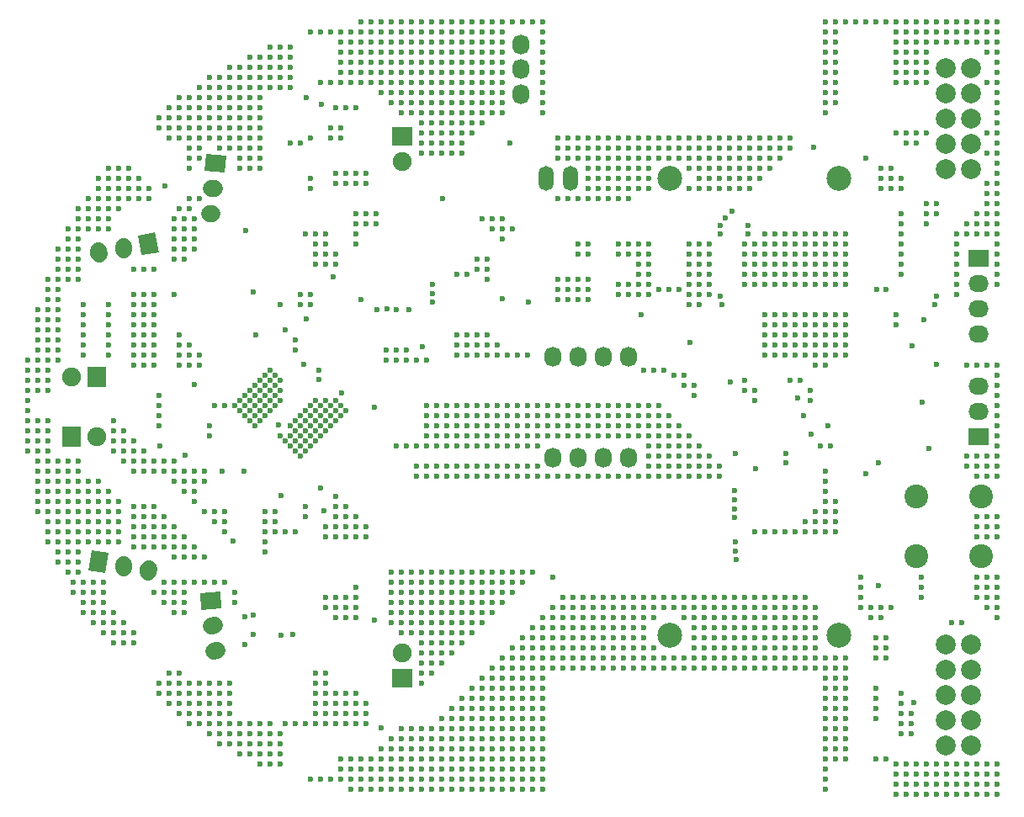
<source format=gbs>
G04 #@! TF.GenerationSoftware,KiCad,Pcbnew,(5.1.2-1)-1*
G04 #@! TF.CreationDate,2019-06-05T01:13:59+09:00*
G04 #@! TF.ProjectId,MicroMouse,4d696372-6f4d-46f7-9573-652e6b696361,rev?*
G04 #@! TF.SameCoordinates,Original*
G04 #@! TF.FileFunction,Soldermask,Bot*
G04 #@! TF.FilePolarity,Negative*
%FSLAX46Y46*%
G04 Gerber Fmt 4.6, Leading zero omitted, Abs format (unit mm)*
G04 Created by KiCad (PCBNEW (5.1.2-1)-1) date 2019-06-05 01:13:59*
%MOMM*%
%LPD*%
G04 APERTURE LIST*
%ADD10O,1.727200X2.032000*%
%ADD11C,2.000000*%
%ADD12C,1.900000*%
%ADD13R,2.000000X1.900000*%
%ADD14R,1.900000X2.000000*%
%ADD15C,2.400000*%
%ADD16C,1.727200*%
%ADD17C,0.100000*%
%ADD18C,1.727200*%
%ADD19O,1.500000X2.500000*%
%ADD20O,2.032000X1.727200*%
%ADD21R,2.032000X1.727200*%
%ADD22C,2.500000*%
%ADD23C,0.600000*%
G04 APERTURE END LIST*
D10*
X164222800Y-86380400D03*
X161682800Y-86380400D03*
X159142800Y-86380400D03*
X156602800Y-86380400D03*
X164222800Y-96540400D03*
X161682800Y-96540400D03*
X159142800Y-96540400D03*
X156602800Y-96540400D03*
D11*
X198682800Y-67540400D03*
X198682800Y-65000400D03*
X198682800Y-62460400D03*
X198682800Y-59920400D03*
X198682800Y-57380400D03*
X196142800Y-67540400D03*
X196142800Y-65000400D03*
X196142800Y-62460400D03*
X196142800Y-59920400D03*
X196142800Y-57380400D03*
X198682800Y-125540400D03*
X198682800Y-123000400D03*
X198682800Y-120460400D03*
X198682800Y-117920400D03*
X198682800Y-115380400D03*
X196142800Y-125540400D03*
X196142800Y-123000400D03*
X196142800Y-120460400D03*
X196142800Y-117920400D03*
X196142800Y-115380400D03*
D12*
X141412800Y-116190400D03*
D13*
X141412800Y-118730400D03*
D12*
X141412800Y-66730400D03*
D13*
X141412800Y-64190400D03*
D14*
X108142800Y-94460400D03*
D12*
X110682800Y-94460400D03*
X108142800Y-88460400D03*
D14*
X110682800Y-88460400D03*
D15*
X193162800Y-100460400D03*
X199662800Y-100460400D03*
X193162800Y-106460400D03*
X199662800Y-106460400D03*
D10*
X153412800Y-59960400D03*
X153412800Y-57460400D03*
X153412800Y-54960400D03*
D16*
X110911388Y-107019334D03*
D17*
G36*
X109884481Y-107869936D02*
G01*
X110237335Y-105868807D01*
X111938295Y-106168732D01*
X111585441Y-108169861D01*
X109884481Y-107869936D01*
X109884481Y-107869936D01*
G37*
D16*
X113412800Y-107460400D03*
D18*
X113439264Y-107310315D02*
X113386336Y-107610485D01*
D16*
X115914212Y-107901466D03*
D18*
X115940676Y-107751381D02*
X115887748Y-108051551D01*
D16*
X122191424Y-110930065D03*
D17*
G36*
X121104022Y-110158301D02*
G01*
X123128290Y-109981201D01*
X123278826Y-111701829D01*
X121254558Y-111878929D01*
X121104022Y-110158301D01*
X121104022Y-110158301D01*
G37*
D16*
X122412800Y-113460400D03*
D18*
X122564620Y-113447117D02*
X122260980Y-113473683D01*
D16*
X122634176Y-115990735D03*
D18*
X122785996Y-115977452D02*
X122482356Y-116004018D01*
D16*
X122191424Y-71990735D03*
D18*
X122343244Y-72004018D02*
X122039604Y-71977452D01*
D16*
X122412800Y-69460400D03*
D18*
X122564620Y-69473683D02*
X122260980Y-69447117D01*
D16*
X122634176Y-66930065D03*
D17*
G36*
X121697310Y-65981201D02*
G01*
X123721578Y-66158301D01*
X123571042Y-67878929D01*
X121546774Y-67701829D01*
X121697310Y-65981201D01*
X121697310Y-65981201D01*
G37*
D16*
X115914212Y-75019334D03*
D17*
G36*
X116588265Y-73868807D02*
G01*
X116941119Y-75869936D01*
X115240159Y-76169861D01*
X114887305Y-74168732D01*
X116588265Y-73868807D01*
X116588265Y-73868807D01*
G37*
D16*
X113412800Y-75460400D03*
D18*
X113439264Y-75610485D02*
X113386336Y-75310315D01*
D16*
X110911388Y-75901466D03*
D18*
X110937852Y-76051551D02*
X110884924Y-75751381D01*
D19*
X155912800Y-68460400D03*
X158412800Y-68460400D03*
D20*
X199412800Y-89380400D03*
X199412800Y-91920400D03*
D21*
X199412800Y-94460400D03*
D20*
X199412800Y-84080400D03*
X199412800Y-81540400D03*
X199412800Y-79000400D03*
D21*
X199412800Y-76460400D03*
D22*
X185412800Y-68460400D03*
X168412800Y-68460400D03*
X185412800Y-114460400D03*
X168412800Y-114460400D03*
D23*
X165455600Y-82194400D03*
X154152600Y-80924400D03*
X138785600Y-72034400D03*
X196189600Y-130454400D03*
X195173600Y-130454400D03*
X195173600Y-129438400D03*
X194157600Y-130454400D03*
X197205600Y-127406400D03*
X195173600Y-127406400D03*
X196189600Y-127406400D03*
X194157600Y-127406400D03*
X198221600Y-127406400D03*
X199237600Y-127406400D03*
X196189600Y-128422400D03*
X197205600Y-128422400D03*
X198221600Y-128422400D03*
X200253600Y-127406400D03*
X201269600Y-127406400D03*
X200253600Y-128422400D03*
X201269600Y-128422400D03*
X196189600Y-129438400D03*
X197205600Y-129438400D03*
X198221600Y-129438400D03*
X199237600Y-129438400D03*
X200253600Y-129438400D03*
X201269600Y-129438400D03*
X194157600Y-128422400D03*
X195173600Y-128422400D03*
X199237600Y-128422400D03*
X194157600Y-129438400D03*
X197205600Y-130454400D03*
X198221600Y-130454400D03*
X199237600Y-130454400D03*
X200253600Y-130454400D03*
X201269600Y-130454400D03*
X159105600Y-75082400D03*
X160121600Y-75082400D03*
X160121600Y-76098400D03*
X159105600Y-76098400D03*
X163169600Y-75082400D03*
X164185600Y-75082400D03*
X164185600Y-76098400D03*
X163169600Y-76098400D03*
X190601600Y-69494400D03*
X191617600Y-69494400D03*
X191617600Y-72034400D03*
X194157600Y-72034400D03*
X195173600Y-72034400D03*
X195173600Y-71018400D03*
X194157600Y-71018400D03*
X190601600Y-68478400D03*
X191617600Y-68478400D03*
X191617600Y-73050400D03*
X191617600Y-74066400D03*
X191617600Y-75082400D03*
X191617600Y-76098400D03*
X191617600Y-77114400D03*
X191617600Y-78130400D03*
X127609600Y-102006400D03*
X128625600Y-102006400D03*
X127609600Y-103022400D03*
X128625600Y-103022400D03*
X127609600Y-104038400D03*
X128625600Y-104038400D03*
X129641600Y-104038400D03*
X130657600Y-104038400D03*
X114401600Y-96926400D03*
X115417600Y-96926400D03*
X116433600Y-96926400D03*
X117449600Y-96926400D03*
X115417600Y-97942400D03*
X116433600Y-97942400D03*
X117449600Y-97942400D03*
X114401600Y-101498400D03*
X114401600Y-102514400D03*
X114401600Y-103530400D03*
X115417600Y-103530400D03*
X118465600Y-96926400D03*
X118465600Y-97942400D03*
X118465600Y-98958400D03*
X114401600Y-82194400D03*
X115417600Y-82194400D03*
X116433600Y-82194400D03*
X114401600Y-83210400D03*
X115417600Y-83210400D03*
X116433600Y-83210400D03*
X116433600Y-84226400D03*
X115417600Y-84226400D03*
X114401600Y-84226400D03*
X114401600Y-85242400D03*
X115417600Y-85242400D03*
X116433600Y-85242400D03*
X116433600Y-86258400D03*
X115417600Y-86258400D03*
X114401600Y-86258400D03*
X115417600Y-87274400D03*
X116433600Y-87274400D03*
X148945600Y-76606400D03*
X149961600Y-76606400D03*
X149961600Y-77622400D03*
X148945600Y-77622400D03*
X150469600Y-72542400D03*
X151485600Y-72542400D03*
X151485600Y-73558400D03*
X150469600Y-73558400D03*
X149453600Y-72542400D03*
X151485600Y-74574400D03*
X132689600Y-74066400D03*
X133705600Y-74066400D03*
X133705600Y-75082400D03*
X132689600Y-75082400D03*
X132689600Y-76098400D03*
X133705600Y-76098400D03*
X133705600Y-77114400D03*
X132689600Y-77114400D03*
X136753600Y-72034400D03*
X136753600Y-73050400D03*
X136753600Y-74066400D03*
X136753600Y-75082400D03*
X137769600Y-72034400D03*
X137769600Y-73050400D03*
X138785600Y-73050400D03*
X146913600Y-85242400D03*
X147929600Y-85242400D03*
X148945600Y-85242400D03*
X148945600Y-86258400D03*
X147929600Y-86258400D03*
X146913600Y-86258400D03*
X149961600Y-86258400D03*
X149961600Y-85242400D03*
X150977600Y-85242400D03*
X150977600Y-86258400D03*
X143865600Y-86766400D03*
X142849600Y-86766400D03*
X141833600Y-86766400D03*
X140817600Y-86766400D03*
X139801600Y-86766400D03*
X139801600Y-85750400D03*
X140817600Y-85750400D03*
X141833600Y-85750400D03*
X146913600Y-84226400D03*
X147929600Y-84226400D03*
X148945600Y-84226400D03*
X149961600Y-84226400D03*
X143865600Y-91338400D03*
X144881600Y-91338400D03*
X143865600Y-92354400D03*
X144881600Y-92354400D03*
X143865600Y-93370400D03*
X144881600Y-93370400D03*
X145897600Y-91338400D03*
X145897600Y-92354400D03*
X145897600Y-93370400D03*
X146913600Y-93370400D03*
X146913600Y-92354400D03*
X146913600Y-91338400D03*
X143865600Y-94386400D03*
X143865600Y-95402400D03*
X142849600Y-95402400D03*
X141833600Y-95402400D03*
X144881600Y-95402400D03*
X144881600Y-94386400D03*
X145897600Y-94386400D03*
X145897600Y-95402400D03*
X146913600Y-95402400D03*
X146913600Y-94386400D03*
X140817600Y-95402400D03*
X184302400Y-93370400D03*
X187553600Y-108610400D03*
X187553600Y-109626400D03*
X187553600Y-110642400D03*
X187553600Y-111658400D03*
X188569600Y-111658400D03*
X189585600Y-111658400D03*
X190601600Y-111658400D03*
X188569600Y-112674400D03*
X189585600Y-112674400D03*
X132689600Y-120294400D03*
X133705600Y-120294400D03*
X134721600Y-120294400D03*
X135737600Y-120294400D03*
X136753600Y-120294400D03*
X132689600Y-121310400D03*
X133705600Y-121310400D03*
X134721600Y-121310400D03*
X135737600Y-121310400D03*
X136753600Y-121310400D03*
X137769600Y-121310400D03*
X132689600Y-122326400D03*
X133705600Y-122326400D03*
X134721600Y-122326400D03*
X135737600Y-122326400D03*
X136753600Y-122326400D03*
X137769600Y-122326400D03*
X132689600Y-119278400D03*
X133705600Y-119278400D03*
X132689600Y-118262400D03*
X133705600Y-118262400D03*
X137769600Y-123342400D03*
X136753600Y-123342400D03*
X135737600Y-123342400D03*
X134721600Y-123342400D03*
X133705600Y-123342400D03*
X132689600Y-123342400D03*
X131673600Y-123342400D03*
X130657600Y-123342400D03*
X129641600Y-123342400D03*
X125069600Y-91846400D03*
X125577600Y-91338400D03*
X126085600Y-90830400D03*
X126593600Y-90322400D03*
X127101600Y-89814400D03*
X127609600Y-89306400D03*
X128117600Y-88798400D03*
X128625600Y-88290400D03*
X128625600Y-89306400D03*
X128117600Y-89814400D03*
X127609600Y-90322400D03*
X127101600Y-90830400D03*
X126593600Y-91338400D03*
X126085600Y-91846400D03*
X125577600Y-92354400D03*
X126085600Y-92862400D03*
X126593600Y-92354400D03*
X127101600Y-91846400D03*
X127609600Y-91338400D03*
X128117600Y-90830400D03*
X128625600Y-90322400D03*
X126593600Y-93370400D03*
X127101600Y-92862400D03*
X127609600Y-92354400D03*
X128117600Y-91846400D03*
X128625600Y-91338400D03*
X131165600Y-92354400D03*
X131673600Y-91846400D03*
X132181600Y-91338400D03*
X132689600Y-90830400D03*
X130657600Y-93878400D03*
X131165600Y-93370400D03*
X131673600Y-92862400D03*
X132181600Y-92354400D03*
X132689600Y-91846400D03*
X133197600Y-91338400D03*
X131165600Y-94386400D03*
X131673600Y-93878400D03*
X132181600Y-93370400D03*
X132689600Y-92862400D03*
X133197600Y-92354400D03*
X133705600Y-91846400D03*
X131673600Y-94894400D03*
X132181600Y-94386400D03*
X132689600Y-93878400D03*
X133197600Y-93370400D03*
X133705600Y-92862400D03*
X134213600Y-92354400D03*
X133705600Y-90830400D03*
X134213600Y-91338400D03*
X134721600Y-91846400D03*
X135229600Y-91338400D03*
X132181600Y-95402400D03*
X132689600Y-94894400D03*
X133197600Y-94386400D03*
X133705600Y-93878400D03*
X134213600Y-93370400D03*
X134721600Y-92862400D03*
X135229600Y-92354400D03*
X135737600Y-91846400D03*
X128117600Y-87782400D03*
X127609600Y-88290400D03*
X127101600Y-88798400D03*
X126593600Y-89306400D03*
X126085600Y-89814400D03*
X125577600Y-90322400D03*
X125069600Y-90830400D03*
X124561600Y-91338400D03*
X125526800Y-97942400D03*
X131673600Y-95910400D03*
X131165600Y-96418400D03*
X131165600Y-95402400D03*
X130657600Y-94894400D03*
X130149600Y-94386400D03*
X129641600Y-94894400D03*
X130149600Y-95402400D03*
X130657600Y-95910400D03*
X114401600Y-81178400D03*
X115417600Y-81178400D03*
X116433600Y-81178400D03*
X116433600Y-80162400D03*
X115417600Y-80162400D03*
X114401600Y-80162400D03*
X147929600Y-91338400D03*
X147929600Y-92354400D03*
X147929600Y-93370400D03*
X147929600Y-94386400D03*
X147929600Y-95402400D03*
X148945600Y-95402400D03*
X148945600Y-94386400D03*
X148945600Y-93370400D03*
X148945600Y-92354400D03*
X148945600Y-91338400D03*
X149961600Y-91338400D03*
X149961600Y-92354400D03*
X149961600Y-93370400D03*
X149961600Y-94386400D03*
X149961600Y-95402400D03*
X150977600Y-95402400D03*
X150977600Y-94386400D03*
X150977600Y-93370400D03*
X150977600Y-92354400D03*
X150977600Y-91338400D03*
X151993600Y-91338400D03*
X151993600Y-92354400D03*
X151993600Y-93370400D03*
X151993600Y-94386400D03*
X151993600Y-95402400D03*
X198221600Y-87274400D03*
X199237600Y-87274400D03*
X200253600Y-87274400D03*
X201269600Y-87274400D03*
X201269600Y-88290400D03*
X201269600Y-89306400D03*
X201269600Y-90322400D03*
X201269600Y-91338400D03*
X201269600Y-92354400D03*
X201269600Y-93370400D03*
X201269600Y-94386400D03*
X201269600Y-95402400D03*
X201269600Y-96418400D03*
X200253600Y-96418400D03*
X199237600Y-96418400D03*
X198221600Y-96418400D03*
X198221600Y-97434400D03*
X199237600Y-97434400D03*
X200253600Y-97434400D03*
X201269600Y-97434400D03*
X199237600Y-98450400D03*
X200253600Y-98450400D03*
X201269600Y-98450400D03*
X153009600Y-91338400D03*
X153009600Y-92354400D03*
X153009600Y-93370400D03*
X153009600Y-94386400D03*
X153009600Y-95402400D03*
X154025600Y-95402400D03*
X154025600Y-94386400D03*
X154025600Y-93370400D03*
X154025600Y-92354400D03*
X154025600Y-91338400D03*
X155041600Y-91338400D03*
X155041600Y-92354400D03*
X155041600Y-93370400D03*
X155041600Y-94386400D03*
X155041600Y-95402400D03*
X156057600Y-94386400D03*
X157073600Y-94386400D03*
X157073600Y-93370400D03*
X156057600Y-93370400D03*
X156057600Y-92354400D03*
X157073600Y-92354400D03*
X157073600Y-91338400D03*
X156057600Y-91338400D03*
X158089600Y-91338400D03*
X158089600Y-92354400D03*
X158089600Y-93370400D03*
X158089600Y-94386400D03*
X159105600Y-94386400D03*
X159105600Y-93370400D03*
X159105600Y-92354400D03*
X159105600Y-91338400D03*
X160121600Y-91338400D03*
X160121600Y-92354400D03*
X160121600Y-93370400D03*
X160121600Y-94386400D03*
X161137600Y-94386400D03*
X161137600Y-93370400D03*
X161137600Y-92354400D03*
X161137600Y-91338400D03*
X162153600Y-91338400D03*
X162153600Y-92354400D03*
X162153600Y-93370400D03*
X162153600Y-94386400D03*
X163169600Y-94386400D03*
X163169600Y-93370400D03*
X163169600Y-92354400D03*
X163169600Y-91338400D03*
X164185600Y-91338400D03*
X164185600Y-92354400D03*
X164185600Y-93370400D03*
X164185600Y-94386400D03*
X165201600Y-94386400D03*
X165201600Y-93370400D03*
X165201600Y-92354400D03*
X165201600Y-91338400D03*
X166217600Y-91338400D03*
X166217600Y-92354400D03*
X166217600Y-93370400D03*
X166217600Y-94386400D03*
X167233600Y-91338400D03*
X167233600Y-92354400D03*
X167233600Y-93370400D03*
X167233600Y-94386400D03*
X166217600Y-95402400D03*
X167233600Y-95402400D03*
X166217600Y-96418400D03*
X167233600Y-96418400D03*
X167233600Y-97434400D03*
X166217600Y-97434400D03*
X166217600Y-98450400D03*
X167233600Y-98450400D03*
X165201600Y-98450400D03*
X164185600Y-98450400D03*
X163169600Y-98450400D03*
X162153600Y-98450400D03*
X161137600Y-98450400D03*
X160121600Y-98450400D03*
X159105600Y-98450400D03*
X158089600Y-98450400D03*
X157073600Y-98450400D03*
X156057600Y-98450400D03*
X155041600Y-98450400D03*
X154025600Y-98450400D03*
X155041600Y-97434400D03*
X154025600Y-97434400D03*
X153009600Y-97434400D03*
X153009600Y-98450400D03*
X151993600Y-97434400D03*
X151993600Y-98450400D03*
X150977600Y-97434400D03*
X150977600Y-98450400D03*
X149961600Y-98450400D03*
X149961600Y-97434400D03*
X148945600Y-97434400D03*
X148945600Y-98450400D03*
X147929600Y-97434400D03*
X146913600Y-97434400D03*
X145897600Y-97434400D03*
X144881600Y-97434400D03*
X143865600Y-97434400D03*
X142849600Y-97434400D03*
X142849600Y-98450400D03*
X143865600Y-98450400D03*
X144881600Y-98450400D03*
X145897600Y-98450400D03*
X146913600Y-98450400D03*
X147929600Y-98450400D03*
X168249600Y-92354400D03*
X168249600Y-93370400D03*
X168249600Y-94386400D03*
X168249600Y-95402400D03*
X168249600Y-96418400D03*
X168249600Y-97434400D03*
X168249600Y-98450400D03*
X193141600Y-127406400D03*
X193141600Y-128422400D03*
X193141600Y-129438400D03*
X193141600Y-130454400D03*
X192125600Y-130454400D03*
X192125600Y-129438400D03*
X192125600Y-128422400D03*
X192125600Y-127406400D03*
X191109600Y-127406400D03*
X191109600Y-128422400D03*
X191109600Y-129438400D03*
X191109600Y-130454400D03*
X169265600Y-93370400D03*
X169265600Y-94386400D03*
X169265600Y-95402400D03*
X169265600Y-96418400D03*
X169265600Y-97434400D03*
X169265600Y-98450400D03*
X170281600Y-98450400D03*
X170281600Y-97434400D03*
X170281600Y-96418400D03*
X170281600Y-95402400D03*
X170281600Y-94386400D03*
X171297600Y-95402400D03*
X171297600Y-96418400D03*
X171297600Y-97434400D03*
X171297600Y-98450400D03*
X172313600Y-96418400D03*
X172313600Y-97434400D03*
X172313600Y-98450400D03*
X173329600Y-97434400D03*
X173329600Y-98450400D03*
X176885600Y-90830400D03*
X176885600Y-89814400D03*
X175869600Y-89814400D03*
X175869600Y-88798400D03*
X165201600Y-75082400D03*
X165201600Y-76098400D03*
X166217600Y-75082400D03*
X166217600Y-76098400D03*
X165201600Y-77114400D03*
X166217600Y-77114400D03*
X165201600Y-78130400D03*
X166217600Y-78130400D03*
X166217600Y-79146400D03*
X165201600Y-79146400D03*
X164185600Y-79146400D03*
X163169600Y-79146400D03*
X163169600Y-80162400D03*
X164185600Y-80162400D03*
X165201600Y-80162400D03*
X166217600Y-80162400D03*
X170281600Y-75082400D03*
X171297600Y-75082400D03*
X172313600Y-75082400D03*
X172313600Y-76098400D03*
X170281600Y-76098400D03*
X171297600Y-76098400D03*
X170281600Y-77114400D03*
X171297600Y-77114400D03*
X172313600Y-77114400D03*
X172313600Y-78130400D03*
X171297600Y-78130400D03*
X170281600Y-78130400D03*
X170281600Y-79146400D03*
X171297600Y-79146400D03*
X172313600Y-79146400D03*
X170281600Y-80162400D03*
X171297600Y-80162400D03*
X172313600Y-80162400D03*
X170281600Y-81178400D03*
X171297600Y-81178400D03*
X106781600Y-86766400D03*
X105765600Y-86766400D03*
X104749600Y-86766400D03*
X104749600Y-85750400D03*
X105765600Y-85750400D03*
X106781600Y-85750400D03*
X104749600Y-84734400D03*
X105765600Y-84734400D03*
X106781600Y-84734400D03*
X106781600Y-83718400D03*
X104749600Y-83718400D03*
X105765600Y-83718400D03*
X105765600Y-82702400D03*
X105765600Y-81686400D03*
X106781600Y-81686400D03*
X106781600Y-82702400D03*
X105765600Y-80670400D03*
X106781600Y-80670400D03*
X104749600Y-87782400D03*
X105765600Y-87782400D03*
X105765600Y-88798400D03*
X104749600Y-88798400D03*
X104749600Y-89814400D03*
X105765600Y-89814400D03*
X104749600Y-92862400D03*
X105765600Y-92862400D03*
X104749600Y-93878400D03*
X105765600Y-93878400D03*
X105765600Y-94894400D03*
X104749600Y-94894400D03*
X104749600Y-95910400D03*
X105765600Y-95910400D03*
X104749600Y-96926400D03*
X105765600Y-96926400D03*
X106781600Y-96926400D03*
X107797600Y-96926400D03*
X108813600Y-96926400D03*
X104749600Y-97942400D03*
X105765600Y-97942400D03*
X106781600Y-97942400D03*
X107797600Y-97942400D03*
X108813600Y-97942400D03*
X104749600Y-98958400D03*
X105765600Y-98958400D03*
X106781600Y-98958400D03*
X107797600Y-98958400D03*
X108813600Y-98958400D03*
X109829600Y-98958400D03*
X110845600Y-98958400D03*
X105765600Y-99974400D03*
X106781600Y-99974400D03*
X107797600Y-99974400D03*
X104749600Y-99974400D03*
X108813600Y-99974400D03*
X109829600Y-99974400D03*
X110845600Y-99974400D03*
X105765600Y-100990400D03*
X104749600Y-100990400D03*
X106781600Y-100990400D03*
X107797600Y-100990400D03*
X108813600Y-100990400D03*
X109829600Y-100990400D03*
X110845600Y-100990400D03*
X111861600Y-100990400D03*
X111861600Y-99974400D03*
X105765600Y-102006400D03*
X106781600Y-102006400D03*
X107797600Y-102006400D03*
X108813600Y-102006400D03*
X109829600Y-102006400D03*
X110845600Y-102006400D03*
X111861600Y-102006400D03*
X105765600Y-103022400D03*
X106781600Y-103022400D03*
X107797600Y-103022400D03*
X108813600Y-103022400D03*
X109829600Y-103022400D03*
X110845600Y-103022400D03*
X111861600Y-103022400D03*
X112877600Y-100990400D03*
X112877600Y-102006400D03*
X112877600Y-103022400D03*
X105765600Y-104038400D03*
X106781600Y-104038400D03*
X107797600Y-104038400D03*
X108813600Y-104038400D03*
X109829600Y-104038400D03*
X110845600Y-104038400D03*
X111861600Y-104038400D03*
X112877600Y-104038400D03*
X106781600Y-105054400D03*
X107797600Y-105054400D03*
X108813600Y-105054400D03*
X109829600Y-105054400D03*
X110845600Y-105054400D03*
X111861600Y-105054400D03*
X112877600Y-105054400D03*
X114401600Y-104546400D03*
X115417600Y-104546400D03*
X116433600Y-104546400D03*
X114401600Y-105562400D03*
X115417600Y-105562400D03*
X116433600Y-105562400D03*
X117449600Y-105562400D03*
X105765600Y-79654400D03*
X106781600Y-79654400D03*
X109321600Y-81178400D03*
X109321600Y-82194400D03*
X109321600Y-83210400D03*
X109321600Y-84226400D03*
X109321600Y-85242400D03*
X109321600Y-86258400D03*
X111861600Y-81178400D03*
X111861600Y-82194400D03*
X111861600Y-83210400D03*
X111861600Y-84226400D03*
X111861600Y-85242400D03*
X111861600Y-86258400D03*
X125069600Y-67462400D03*
X126085600Y-67462400D03*
X127101600Y-67462400D03*
X127101600Y-66446400D03*
X126085600Y-66446400D03*
X125069600Y-66446400D03*
X125069600Y-65430400D03*
X126085600Y-65430400D03*
X127101600Y-65430400D03*
X127101600Y-64414400D03*
X126085600Y-64414400D03*
X125069600Y-64414400D03*
X124053600Y-64414400D03*
X124053600Y-65430400D03*
X123037600Y-65430400D03*
X123037600Y-64414400D03*
X127101600Y-63398400D03*
X126085600Y-63398400D03*
X125069600Y-63398400D03*
X124053600Y-63398400D03*
X123037600Y-63398400D03*
X122021600Y-63398400D03*
X122021600Y-64414400D03*
X122021600Y-62382400D03*
X123037600Y-62382400D03*
X124053600Y-62382400D03*
X125069600Y-62382400D03*
X126085600Y-62382400D03*
X127101600Y-62382400D03*
X122021600Y-61366400D03*
X123037600Y-61366400D03*
X124053600Y-61366400D03*
X125069600Y-61366400D03*
X126085600Y-61366400D03*
X127101600Y-61366400D03*
X122021600Y-60350400D03*
X123037600Y-60350400D03*
X124053600Y-60350400D03*
X125069600Y-60350400D03*
X126085600Y-60350400D03*
X127101600Y-60350400D03*
X122021600Y-59334400D03*
X123037600Y-59334400D03*
X124053600Y-59334400D03*
X125069600Y-59334400D03*
X126085600Y-59334400D03*
X127101600Y-59334400D03*
X128117600Y-59334400D03*
X129133600Y-59334400D03*
X130149600Y-59334400D03*
X123037600Y-58318400D03*
X124053600Y-58318400D03*
X125069600Y-58318400D03*
X126085600Y-58318400D03*
X127101600Y-58318400D03*
X128117600Y-58318400D03*
X129133600Y-58318400D03*
X130149600Y-58318400D03*
X124053600Y-57302400D03*
X125069600Y-57302400D03*
X126085600Y-57302400D03*
X127101600Y-57302400D03*
X128117600Y-57302400D03*
X129133600Y-57302400D03*
X126085600Y-56286400D03*
X127101600Y-56286400D03*
X128117600Y-56286400D03*
X129133600Y-56286400D03*
X121005600Y-60350400D03*
X119989600Y-60350400D03*
X121005600Y-61366400D03*
X119989600Y-61366400D03*
X118973600Y-61366400D03*
X117957600Y-62382400D03*
X117957600Y-61366400D03*
X118973600Y-62382400D03*
X116941600Y-62382400D03*
X119989600Y-62382400D03*
X121005600Y-62382400D03*
X121005600Y-63398400D03*
X119989600Y-63398400D03*
X118973600Y-63398400D03*
X117957600Y-63398400D03*
X116941600Y-63398400D03*
X117957600Y-64414400D03*
X118973600Y-64414400D03*
X119989600Y-64414400D03*
X121005600Y-64414400D03*
X119989600Y-65430400D03*
X121005600Y-65430400D03*
X121005600Y-66446400D03*
X119989600Y-66446400D03*
X119989600Y-67462400D03*
X111861600Y-67462400D03*
X112877600Y-67462400D03*
X113893600Y-67462400D03*
X113893600Y-68478400D03*
X112877600Y-68478400D03*
X111861600Y-68478400D03*
X111861600Y-69494400D03*
X112877600Y-69494400D03*
X113893600Y-69494400D03*
X109829600Y-70510400D03*
X110845600Y-70510400D03*
X111861600Y-70510400D03*
X111861600Y-71526400D03*
X110845600Y-71526400D03*
X109829600Y-71526400D03*
X109829600Y-72542400D03*
X110845600Y-72542400D03*
X111861600Y-72542400D03*
X111861600Y-73558400D03*
X110845600Y-73558400D03*
X109829600Y-73558400D03*
X106781600Y-78638400D03*
X107797600Y-78638400D03*
X108813600Y-77622400D03*
X107797600Y-77622400D03*
X106781600Y-77622400D03*
X106781600Y-76606400D03*
X107797600Y-76606400D03*
X108813600Y-76606400D03*
X107797600Y-75590400D03*
X108813600Y-75590400D03*
X107797600Y-74574400D03*
X108813600Y-74574400D03*
X177901600Y-82194400D03*
X178917600Y-82194400D03*
X179933600Y-82194400D03*
X180949600Y-82194400D03*
X181965600Y-82194400D03*
X182981600Y-82194400D03*
X183997600Y-82194400D03*
X185013600Y-82194400D03*
X186029600Y-82194400D03*
X186029600Y-83210400D03*
X185013600Y-83210400D03*
X183997600Y-83210400D03*
X182981600Y-83210400D03*
X181965600Y-83210400D03*
X180949600Y-83210400D03*
X179933600Y-83210400D03*
X178917600Y-83210400D03*
X177901600Y-83210400D03*
X177901600Y-84226400D03*
X178917600Y-84226400D03*
X179933600Y-84226400D03*
X180949600Y-84226400D03*
X181965600Y-84226400D03*
X182981600Y-84226400D03*
X183997600Y-84226400D03*
X185013600Y-84226400D03*
X186029600Y-84226400D03*
X186029600Y-85242400D03*
X185013600Y-85242400D03*
X183997600Y-85242400D03*
X182981600Y-85242400D03*
X181965600Y-85242400D03*
X180949600Y-85242400D03*
X179933600Y-85242400D03*
X178917600Y-85242400D03*
X177901600Y-85242400D03*
X177901600Y-86258400D03*
X178917600Y-86258400D03*
X179933600Y-86258400D03*
X180949600Y-86258400D03*
X181965600Y-86258400D03*
X182981600Y-86258400D03*
X183997600Y-86258400D03*
X185013600Y-86258400D03*
X186029600Y-86258400D03*
X191109600Y-82194400D03*
X191109600Y-83210400D03*
X175869600Y-79146400D03*
X176885600Y-79146400D03*
X177901600Y-79146400D03*
X178917600Y-79146400D03*
X179933600Y-79146400D03*
X180949600Y-79146400D03*
X181965600Y-79146400D03*
X182981600Y-79146400D03*
X183997600Y-79146400D03*
X185013600Y-79146400D03*
X186029600Y-79146400D03*
X186029600Y-78130400D03*
X185013600Y-78130400D03*
X183997600Y-78130400D03*
X182981600Y-78130400D03*
X181965600Y-78130400D03*
X180949600Y-78130400D03*
X179933600Y-78130400D03*
X178917600Y-78130400D03*
X175869600Y-78130400D03*
X176885600Y-78130400D03*
X177901600Y-78130400D03*
X175869600Y-77114400D03*
X176885600Y-77114400D03*
X177901600Y-77114400D03*
X178917600Y-77114400D03*
X179933600Y-77114400D03*
X180949600Y-77114400D03*
X181965600Y-77114400D03*
X182981600Y-77114400D03*
X183997600Y-77114400D03*
X185013600Y-77114400D03*
X186029600Y-77114400D03*
X186029600Y-76098400D03*
X185013600Y-76098400D03*
X183997600Y-76098400D03*
X175869600Y-76098400D03*
X176885600Y-76098400D03*
X177901600Y-76098400D03*
X178917600Y-76098400D03*
X179933600Y-76098400D03*
X180949600Y-76098400D03*
X181965600Y-76098400D03*
X182981600Y-76098400D03*
X176885600Y-75082400D03*
X177901600Y-75082400D03*
X178917600Y-75082400D03*
X179933600Y-75082400D03*
X180949600Y-75082400D03*
X181965600Y-75082400D03*
X182981600Y-75082400D03*
X183997600Y-75082400D03*
X185013600Y-75082400D03*
X186029600Y-75082400D03*
X177901600Y-74066400D03*
X178917600Y-74066400D03*
X179933600Y-74066400D03*
X180949600Y-74066400D03*
X181965600Y-74066400D03*
X182981600Y-74066400D03*
X183997600Y-74066400D03*
X185013600Y-74066400D03*
X186029600Y-74066400D03*
X119481600Y-97942400D03*
X119481600Y-98958400D03*
X120497600Y-97942400D03*
X120497600Y-98958400D03*
X119481600Y-99974400D03*
X120497600Y-99974400D03*
X121513600Y-97942400D03*
X121513600Y-98958400D03*
X120497600Y-100990400D03*
X114401600Y-95910400D03*
X115417600Y-95910400D03*
X121513600Y-102006400D03*
X122529600Y-102006400D03*
X123545600Y-102006400D03*
X123545600Y-103022400D03*
X122529600Y-103022400D03*
X170789600Y-90322400D03*
X170789600Y-89306400D03*
X169773600Y-89306400D03*
X169773600Y-88290400D03*
X168757600Y-88290400D03*
X165709600Y-87782400D03*
X166725600Y-87782400D03*
X167741600Y-87782400D03*
X180441600Y-88798400D03*
X181457600Y-88798400D03*
X182473600Y-89814400D03*
X182473600Y-90830400D03*
X190093600Y-114706400D03*
X190093600Y-115722400D03*
X190093600Y-116738400D03*
X140309600Y-108102400D03*
X141325600Y-108102400D03*
X142341600Y-108102400D03*
X143357600Y-108102400D03*
X144373600Y-108102400D03*
X145389600Y-108102400D03*
X146405600Y-108102400D03*
X147421600Y-108102400D03*
X148437600Y-108102400D03*
X149453600Y-108102400D03*
X150469600Y-108102400D03*
X151485600Y-108102400D03*
X140309600Y-109118400D03*
X141325600Y-109118400D03*
X142341600Y-109118400D03*
X143357600Y-109118400D03*
X144373600Y-109118400D03*
X145389600Y-109118400D03*
X146405600Y-109118400D03*
X147421600Y-109118400D03*
X148437600Y-109118400D03*
X149453600Y-109118400D03*
X150469600Y-109118400D03*
X151485600Y-109118400D03*
X140309600Y-110134400D03*
X141325600Y-110134400D03*
X142341600Y-110134400D03*
X143357600Y-110134400D03*
X144373600Y-110134400D03*
X145389600Y-110134400D03*
X146405600Y-110134400D03*
X147421600Y-110134400D03*
X148437600Y-110134400D03*
X149453600Y-110134400D03*
X150469600Y-110134400D03*
X151485600Y-110134400D03*
X140309600Y-111150400D03*
X141325600Y-111150400D03*
X142341600Y-111150400D03*
X143357600Y-111150400D03*
X144373600Y-111150400D03*
X145389600Y-111150400D03*
X146405600Y-111150400D03*
X147421600Y-111150400D03*
X148437600Y-111150400D03*
X149453600Y-111150400D03*
X150469600Y-111150400D03*
X151485600Y-111150400D03*
X140309600Y-112166400D03*
X141325600Y-112166400D03*
X142341600Y-112166400D03*
X143357600Y-112166400D03*
X144373600Y-112166400D03*
X145389600Y-112166400D03*
X146405600Y-112166400D03*
X147421600Y-112166400D03*
X148437600Y-112166400D03*
X149453600Y-112166400D03*
X150469600Y-112166400D03*
X140309600Y-113182400D03*
X141325600Y-113182400D03*
X142341600Y-113182400D03*
X143357600Y-113182400D03*
X144373600Y-113182400D03*
X145389600Y-113182400D03*
X146405600Y-113182400D03*
X147421600Y-113182400D03*
X148437600Y-113182400D03*
X149453600Y-113182400D03*
X141325600Y-114198400D03*
X142341600Y-114198400D03*
X143357600Y-114198400D03*
X144373600Y-114198400D03*
X145389600Y-114198400D03*
X152501600Y-108102400D03*
X152501600Y-109118400D03*
X152501600Y-110134400D03*
X153517600Y-108102400D03*
X153517600Y-109118400D03*
X146405600Y-114198400D03*
X147421600Y-114198400D03*
X148437600Y-114198400D03*
X143357600Y-115214400D03*
X144373600Y-115214400D03*
X145389600Y-115214400D03*
X146405600Y-115214400D03*
X147421600Y-115214400D03*
X143357600Y-116230400D03*
X144373600Y-116230400D03*
X145389600Y-116230400D03*
X146405600Y-116230400D03*
X143357600Y-117246400D03*
X144373600Y-117246400D03*
X145389600Y-117246400D03*
X143357600Y-118262400D03*
X144373600Y-118262400D03*
X143357600Y-119278400D03*
X154533600Y-108102400D03*
X116941600Y-119278400D03*
X117957600Y-119278400D03*
X118973600Y-119278400D03*
X119989600Y-119278400D03*
X117957600Y-120294400D03*
X118973600Y-120294400D03*
X119989600Y-120294400D03*
X118973600Y-121310400D03*
X119989600Y-121310400D03*
X121005600Y-119278400D03*
X122021600Y-119278400D03*
X121005600Y-120294400D03*
X122021600Y-120294400D03*
X121005600Y-121310400D03*
X122021600Y-121310400D03*
X123037600Y-119278400D03*
X123037600Y-120294400D03*
X123037600Y-121310400D03*
X124053600Y-121310400D03*
X124053600Y-119278400D03*
X124053600Y-120294400D03*
X119989600Y-122326400D03*
X121005600Y-122326400D03*
X122021600Y-122326400D03*
X123037600Y-122326400D03*
X124053600Y-122326400D03*
X121005600Y-123342400D03*
X122021600Y-123342400D03*
X123037600Y-123342400D03*
X124053600Y-123342400D03*
X123037600Y-124358400D03*
X124053600Y-124358400D03*
X125069600Y-123342400D03*
X126085600Y-123342400D03*
X127101600Y-123342400D03*
X125069600Y-124358400D03*
X126085600Y-124358400D03*
X127101600Y-124358400D03*
X122021600Y-124358400D03*
X116941600Y-120294400D03*
X117957600Y-121310400D03*
X106781600Y-106070400D03*
X107797600Y-106070400D03*
X108813600Y-106070400D03*
X108813600Y-107086400D03*
X107797600Y-107086400D03*
X107797600Y-108102400D03*
X108813600Y-108102400D03*
X108305600Y-109118400D03*
X109321600Y-109118400D03*
X110337600Y-109118400D03*
X111353600Y-109118400D03*
X109321600Y-110134400D03*
X110337600Y-110134400D03*
X111353600Y-110134400D03*
X109321600Y-111150400D03*
X110337600Y-111150400D03*
X111353600Y-111150400D03*
X110337600Y-112166400D03*
X111353600Y-112166400D03*
X112369600Y-112166400D03*
X110337600Y-113182400D03*
X111353600Y-113182400D03*
X112369600Y-113182400D03*
X111353600Y-114198400D03*
X112369600Y-114198400D03*
X113385600Y-114198400D03*
X112369600Y-115214400D03*
X113385600Y-115214400D03*
X114401600Y-115214400D03*
X114401600Y-114198400D03*
X113385600Y-113182400D03*
X176885600Y-104038400D03*
X177901600Y-104038400D03*
X178917600Y-104038400D03*
X179933600Y-104038400D03*
X180949600Y-104038400D03*
X181965600Y-104038400D03*
X181965600Y-103022400D03*
X182981600Y-103022400D03*
X182981600Y-104038400D03*
X183997600Y-104038400D03*
X183997600Y-103022400D03*
X185013600Y-103022400D03*
X185013600Y-104038400D03*
X182981600Y-102006400D03*
X183997600Y-102006400D03*
X185013600Y-102006400D03*
X183997600Y-100990400D03*
X185013600Y-100990400D03*
X183997600Y-99974400D03*
X183997600Y-98958400D03*
X183997600Y-97942400D03*
X183997600Y-97942400D03*
X193649600Y-108610400D03*
X193649600Y-109626400D03*
X193649600Y-110642400D03*
X189077600Y-114706400D03*
X189077600Y-115722400D03*
X189077600Y-116738400D03*
X189077600Y-119786400D03*
X189077600Y-120802400D03*
X189077600Y-121818400D03*
X189077600Y-122834400D03*
X191617600Y-124358400D03*
X192633600Y-124358400D03*
X192633600Y-123342400D03*
X191617600Y-123342400D03*
X191617600Y-122326400D03*
X192633600Y-122326400D03*
X133705600Y-103530400D03*
X134721600Y-103530400D03*
X135737600Y-103530400D03*
X136753600Y-103530400D03*
X137769600Y-103530400D03*
X133705600Y-104546400D03*
X134721600Y-104546400D03*
X135737600Y-104546400D03*
X136753600Y-104546400D03*
X137769600Y-104546400D03*
X134721600Y-102514400D03*
X135737600Y-102514400D03*
X136753600Y-102514400D03*
X114401600Y-97942400D03*
X133705600Y-110642400D03*
X134721600Y-110642400D03*
X135737600Y-110642400D03*
X136753600Y-110642400D03*
X133705600Y-111658400D03*
X134721600Y-111658400D03*
X135737600Y-111658400D03*
X136753600Y-111658400D03*
X134721600Y-112674400D03*
X135737600Y-112674400D03*
X136753600Y-112674400D03*
X113385600Y-96926400D03*
X113385600Y-95910400D03*
X113385600Y-94894400D03*
X114401600Y-94894400D03*
X124053600Y-125374400D03*
X125069600Y-125374400D03*
X126085600Y-125374400D03*
X127101600Y-125374400D03*
X126085600Y-126390400D03*
X127101600Y-126390400D03*
X118973600Y-71526400D03*
X119989600Y-71526400D03*
X118465600Y-72542400D03*
X119481600Y-72542400D03*
X120497600Y-72542400D03*
X118465600Y-73558400D03*
X119481600Y-73558400D03*
X120497600Y-73558400D03*
X118465600Y-74574400D03*
X119481600Y-74574400D03*
X120497600Y-74574400D03*
X118465600Y-75590400D03*
X119481600Y-75590400D03*
X118465600Y-76606400D03*
X119481600Y-76606400D03*
X120497600Y-75590400D03*
X114401600Y-77622400D03*
X115417600Y-77622400D03*
X116433600Y-77622400D03*
X112877600Y-70510400D03*
X113893600Y-70510400D03*
X114909600Y-68478400D03*
X114909600Y-69494400D03*
X114909600Y-70510400D03*
X115925600Y-70510400D03*
X115925600Y-69494400D03*
X128117600Y-123342400D03*
X128117600Y-124358400D03*
X128117600Y-125374400D03*
X128117600Y-126390400D03*
X129133600Y-124358400D03*
X129133600Y-125374400D03*
X129133600Y-126390400D03*
X129133600Y-127406400D03*
X128117600Y-127406400D03*
X135229600Y-126898400D03*
X136245600Y-126898400D03*
X137261600Y-126898400D03*
X138277600Y-126898400D03*
X139293600Y-126898400D03*
X140309600Y-126898400D03*
X141325600Y-126898400D03*
X142341600Y-126898400D03*
X143357600Y-126898400D03*
X144373600Y-126898400D03*
X145389600Y-126898400D03*
X146405600Y-126898400D03*
X147421600Y-126898400D03*
X148437600Y-126898400D03*
X149453600Y-126898400D03*
X150469600Y-126898400D03*
X151485600Y-126898400D03*
X152501600Y-126898400D03*
X153517600Y-126898400D03*
X154533600Y-126898400D03*
X155549600Y-126898400D03*
X135229600Y-127914400D03*
X136245600Y-127914400D03*
X137261600Y-127914400D03*
X138277600Y-127914400D03*
X139293600Y-127914400D03*
X140309600Y-127914400D03*
X141325600Y-127914400D03*
X142341600Y-127914400D03*
X143357600Y-127914400D03*
X144373600Y-127914400D03*
X145389600Y-127914400D03*
X146405600Y-127914400D03*
X147421600Y-127914400D03*
X148437600Y-127914400D03*
X149453600Y-127914400D03*
X150469600Y-127914400D03*
X151485600Y-127914400D03*
X152501600Y-127914400D03*
X153517600Y-127914400D03*
X154533600Y-127914400D03*
X155549600Y-127914400D03*
X135229600Y-128930400D03*
X136245600Y-128930400D03*
X137261600Y-128930400D03*
X138277600Y-128930400D03*
X139293600Y-128930400D03*
X140309600Y-128930400D03*
X141325600Y-128930400D03*
X142341600Y-128930400D03*
X143357600Y-128930400D03*
X144373600Y-128930400D03*
X145389600Y-128930400D03*
X146405600Y-128930400D03*
X147421600Y-128930400D03*
X148437600Y-128930400D03*
X149453600Y-128930400D03*
X150469600Y-128930400D03*
X151485600Y-128930400D03*
X152501600Y-128930400D03*
X153517600Y-128930400D03*
X154533600Y-128930400D03*
X155549600Y-128930400D03*
X138277600Y-129946400D03*
X139293600Y-129946400D03*
X140309600Y-129946400D03*
X141325600Y-129946400D03*
X142341600Y-129946400D03*
X143357600Y-129946400D03*
X144373600Y-129946400D03*
X145389600Y-129946400D03*
X146405600Y-129946400D03*
X147421600Y-129946400D03*
X148437600Y-129946400D03*
X149453600Y-129946400D03*
X150469600Y-129946400D03*
X151485600Y-129946400D03*
X152501600Y-129946400D03*
X153517600Y-129946400D03*
X154533600Y-129946400D03*
X155549600Y-129946400D03*
X139293600Y-125882400D03*
X140309600Y-125882400D03*
X142341600Y-125882400D03*
X141325600Y-125882400D03*
X143357600Y-125882400D03*
X144373600Y-125882400D03*
X145389600Y-125882400D03*
X146405600Y-125882400D03*
X147421600Y-125882400D03*
X148437600Y-125882400D03*
X149453600Y-125882400D03*
X150469600Y-125882400D03*
X151485600Y-125882400D03*
X152501600Y-125882400D03*
X153517600Y-125882400D03*
X154533600Y-125882400D03*
X155549600Y-125882400D03*
X140309600Y-124866400D03*
X141325600Y-124866400D03*
X142341600Y-124866400D03*
X143357600Y-124866400D03*
X144373600Y-124866400D03*
X145389600Y-124866400D03*
X146405600Y-124866400D03*
X147421600Y-124866400D03*
X148437600Y-124866400D03*
X149453600Y-124866400D03*
X150469600Y-124866400D03*
X151485600Y-124866400D03*
X152501600Y-124866400D03*
X153517600Y-124866400D03*
X154533600Y-124866400D03*
X155549600Y-124866400D03*
X141325600Y-123850400D03*
X142341600Y-123850400D03*
X143357600Y-123850400D03*
X144373600Y-123850400D03*
X145389600Y-123850400D03*
X146405600Y-123850400D03*
X147421600Y-123850400D03*
X148437600Y-123850400D03*
X149453600Y-123850400D03*
X150469600Y-123850400D03*
X151485600Y-123850400D03*
X152501600Y-123850400D03*
X153517600Y-123850400D03*
X154533600Y-123850400D03*
X155549600Y-123850400D03*
X145389600Y-122834400D03*
X146405600Y-122834400D03*
X147421600Y-122834400D03*
X148437600Y-122834400D03*
X149453600Y-122834400D03*
X150469600Y-122834400D03*
X151485600Y-122834400D03*
X152501600Y-122834400D03*
X153517600Y-122834400D03*
X154533600Y-122834400D03*
X155549600Y-122834400D03*
X146405600Y-121818400D03*
X147421600Y-121818400D03*
X148437600Y-121818400D03*
X149453600Y-121818400D03*
X150469600Y-121818400D03*
X151485600Y-121818400D03*
X152501600Y-121818400D03*
X153517600Y-121818400D03*
X154533600Y-121818400D03*
X155549600Y-121818400D03*
X147421600Y-120802400D03*
X148437600Y-120802400D03*
X149453600Y-120802400D03*
X150469600Y-120802400D03*
X151485600Y-120802400D03*
X152501600Y-120802400D03*
X153517600Y-120802400D03*
X154533600Y-120802400D03*
X155549600Y-120802400D03*
X148437600Y-119786400D03*
X149453600Y-119786400D03*
X150469600Y-119786400D03*
X151485600Y-119786400D03*
X152501600Y-119786400D03*
X153517600Y-119786400D03*
X154533600Y-119786400D03*
X155549600Y-119786400D03*
X149453600Y-118770400D03*
X150469600Y-118770400D03*
X151485600Y-118770400D03*
X152501600Y-118770400D03*
X153517600Y-118770400D03*
X154533600Y-118770400D03*
X155549600Y-118770400D03*
X150469600Y-117754400D03*
X151485600Y-117754400D03*
X152501600Y-117754400D03*
X153517600Y-117754400D03*
X154533600Y-117754400D03*
X155549600Y-117754400D03*
X156565600Y-117754400D03*
X157581600Y-117754400D03*
X158597600Y-117754400D03*
X159613600Y-117754400D03*
X160629600Y-117754400D03*
X161645600Y-117754400D03*
X162661600Y-117754400D03*
X163677600Y-117754400D03*
X164693600Y-117754400D03*
X165709600Y-117754400D03*
X166725600Y-117754400D03*
X167741600Y-117754400D03*
X168757600Y-117754400D03*
X169773600Y-117754400D03*
X170789600Y-117754400D03*
X171805600Y-117754400D03*
X172821600Y-117754400D03*
X173837600Y-117754400D03*
X174853600Y-117754400D03*
X175869600Y-117754400D03*
X176885600Y-117754400D03*
X177901600Y-117754400D03*
X178917600Y-117754400D03*
X179933600Y-117754400D03*
X180949600Y-117754400D03*
X181965600Y-117754400D03*
X182981600Y-117754400D03*
X183997600Y-117754400D03*
X185013600Y-117754400D03*
X186029600Y-117754400D03*
X183997600Y-118770400D03*
X185013600Y-118770400D03*
X186029600Y-118770400D03*
X183997600Y-119786400D03*
X185013600Y-119786400D03*
X186029600Y-119786400D03*
X183997600Y-120802400D03*
X185013600Y-120802400D03*
X186029600Y-120802400D03*
X183997600Y-121818400D03*
X185013600Y-121818400D03*
X186029600Y-121818400D03*
X183997600Y-122834400D03*
X185013600Y-122834400D03*
X186029600Y-122834400D03*
X183997600Y-123850400D03*
X185013600Y-123850400D03*
X186029600Y-123850400D03*
X183997600Y-124866400D03*
X185013600Y-124866400D03*
X186029600Y-124866400D03*
X183997600Y-125882400D03*
X185013600Y-125882400D03*
X186029600Y-125882400D03*
X183997600Y-126898400D03*
X185013600Y-126898400D03*
X186029600Y-126898400D03*
X183997600Y-127914400D03*
X183997600Y-128930400D03*
X183997600Y-129946400D03*
X151485600Y-116738400D03*
X152501600Y-116738400D03*
X153517600Y-116738400D03*
X154533600Y-116738400D03*
X155549600Y-116738400D03*
X156565600Y-116738400D03*
X157581600Y-116738400D03*
X158597600Y-116738400D03*
X159613600Y-116738400D03*
X160629600Y-116738400D03*
X161645600Y-116738400D03*
X162661600Y-116738400D03*
X163677600Y-116738400D03*
X164693600Y-116738400D03*
X165709600Y-116738400D03*
X166725600Y-116738400D03*
X167741600Y-116738400D03*
X168757600Y-116738400D03*
X169773600Y-116738400D03*
X170789600Y-116738400D03*
X171805600Y-116738400D03*
X172821600Y-116738400D03*
X173837600Y-116738400D03*
X174853600Y-116738400D03*
X175869600Y-116738400D03*
X176885600Y-116738400D03*
X177901600Y-116738400D03*
X178917600Y-116738400D03*
X179933600Y-116738400D03*
X180949600Y-116738400D03*
X181965600Y-116738400D03*
X182981600Y-116738400D03*
X183997600Y-116738400D03*
X185013600Y-116738400D03*
X186029600Y-116738400D03*
X152501600Y-115722400D03*
X153517600Y-115722400D03*
X154533600Y-115722400D03*
X155549600Y-115722400D03*
X156565600Y-115722400D03*
X157581600Y-115722400D03*
X158597600Y-115722400D03*
X159613600Y-115722400D03*
X160629600Y-115722400D03*
X161645600Y-115722400D03*
X162661600Y-115722400D03*
X163677600Y-115722400D03*
X164693600Y-115722400D03*
X165709600Y-115722400D03*
X166725600Y-115722400D03*
X170789600Y-115722400D03*
X171805600Y-115722400D03*
X172821600Y-115722400D03*
X173837600Y-115722400D03*
X174853600Y-115722400D03*
X175869600Y-115722400D03*
X176885600Y-115722400D03*
X177901600Y-115722400D03*
X178917600Y-115722400D03*
X179933600Y-115722400D03*
X180949600Y-115722400D03*
X181965600Y-115722400D03*
X182981600Y-115722400D03*
X153517600Y-114706400D03*
X154533600Y-114706400D03*
X155549600Y-114706400D03*
X156565600Y-114706400D03*
X157581600Y-114706400D03*
X158597600Y-114706400D03*
X159613600Y-114706400D03*
X160629600Y-114706400D03*
X161645600Y-114706400D03*
X162661600Y-114706400D03*
X163677600Y-114706400D03*
X164693600Y-114706400D03*
X165709600Y-114706400D03*
X170789600Y-114706400D03*
X171805600Y-114706400D03*
X172821600Y-114706400D03*
X173837600Y-114706400D03*
X174853600Y-114706400D03*
X175869600Y-114706400D03*
X176885600Y-114706400D03*
X177901600Y-114706400D03*
X178917600Y-114706400D03*
X179933600Y-114706400D03*
X171805600Y-114706400D03*
X172821600Y-114706400D03*
X173837600Y-114706400D03*
X174853600Y-114706400D03*
X175869600Y-114706400D03*
X176885600Y-114706400D03*
X177901600Y-114706400D03*
X178917600Y-114706400D03*
X179933600Y-114706400D03*
X180949600Y-114706400D03*
X181965600Y-114706400D03*
X182981600Y-114706400D03*
X170789600Y-112674400D03*
X171805600Y-112674400D03*
X172821600Y-112674400D03*
X173837600Y-112674400D03*
X174853600Y-112674400D03*
X175869600Y-112674400D03*
X176885600Y-112674400D03*
X177901600Y-112674400D03*
X178917600Y-112674400D03*
X179933600Y-112674400D03*
X180949600Y-112674400D03*
X181965600Y-112674400D03*
X182981600Y-112674400D03*
X170789600Y-113690400D03*
X171805600Y-113690400D03*
X172821600Y-113690400D03*
X173837600Y-113690400D03*
X174853600Y-113690400D03*
X175869600Y-113690400D03*
X176885600Y-113690400D03*
X177901600Y-113690400D03*
X178917600Y-113690400D03*
X179933600Y-113690400D03*
X180949600Y-113690400D03*
X181965600Y-113690400D03*
X182981600Y-113690400D03*
X154533600Y-113690400D03*
X155549600Y-113690400D03*
X156565600Y-113690400D03*
X157581600Y-113690400D03*
X158597600Y-113690400D03*
X159613600Y-113690400D03*
X160629600Y-113690400D03*
X161645600Y-113690400D03*
X162661600Y-113690400D03*
X163677600Y-113690400D03*
X164693600Y-113690400D03*
X165709600Y-113690400D03*
X155549600Y-112674400D03*
X156565600Y-112674400D03*
X157581600Y-112674400D03*
X158597600Y-112674400D03*
X159613600Y-112674400D03*
X160629600Y-112674400D03*
X161645600Y-112674400D03*
X162661600Y-112674400D03*
X163677600Y-112674400D03*
X164693600Y-112674400D03*
X165709600Y-112674400D03*
X156565600Y-111658400D03*
X157581600Y-111658400D03*
X158597600Y-111658400D03*
X159613600Y-111658400D03*
X160629600Y-111658400D03*
X161645600Y-111658400D03*
X162661600Y-111658400D03*
X163677600Y-111658400D03*
X164693600Y-111658400D03*
X165709600Y-111658400D03*
X166725600Y-111658400D03*
X167741600Y-111658400D03*
X168757600Y-111658400D03*
X169773600Y-111658400D03*
X170789600Y-111658400D03*
X171805600Y-111658400D03*
X172821600Y-111658400D03*
X173837600Y-111658400D03*
X174853600Y-111658400D03*
X175869600Y-111658400D03*
X176885600Y-111658400D03*
X177901600Y-111658400D03*
X178917600Y-111658400D03*
X179933600Y-111658400D03*
X180949600Y-111658400D03*
X181965600Y-111658400D03*
X182981600Y-111658400D03*
X157581600Y-110642400D03*
X158597600Y-110642400D03*
X159613600Y-110642400D03*
X160629600Y-110642400D03*
X161645600Y-110642400D03*
X162661600Y-110642400D03*
X163677600Y-110642400D03*
X164693600Y-110642400D03*
X165709600Y-110642400D03*
X166725600Y-110642400D03*
X167741600Y-110642400D03*
X168757600Y-110642400D03*
X169773600Y-110642400D03*
X170789600Y-110642400D03*
X171805600Y-110642400D03*
X172821600Y-110642400D03*
X173837600Y-110642400D03*
X174853600Y-110642400D03*
X175869600Y-110642400D03*
X176885600Y-110642400D03*
X177901600Y-110642400D03*
X178917600Y-110642400D03*
X179933600Y-110642400D03*
X180949600Y-110642400D03*
X181965600Y-110642400D03*
X166725600Y-112674400D03*
X169773600Y-112674400D03*
X135229600Y-53746400D03*
X136245600Y-53746400D03*
X137261600Y-53746400D03*
X138277600Y-53746400D03*
X139293600Y-53746400D03*
X140309600Y-53746400D03*
X141325600Y-53746400D03*
X142341600Y-53746400D03*
X143357600Y-53746400D03*
X144373600Y-53746400D03*
X145389600Y-53746400D03*
X146405600Y-53746400D03*
X147421600Y-53746400D03*
X148437600Y-53746400D03*
X149453600Y-53746400D03*
X150469600Y-53746400D03*
X151485600Y-53746400D03*
X135229600Y-54762400D03*
X136245600Y-54762400D03*
X137261600Y-54762400D03*
X138277600Y-54762400D03*
X139293600Y-54762400D03*
X140309600Y-54762400D03*
X141325600Y-54762400D03*
X142341600Y-54762400D03*
X143357600Y-54762400D03*
X144373600Y-54762400D03*
X145389600Y-54762400D03*
X146405600Y-54762400D03*
X147421600Y-54762400D03*
X148437600Y-54762400D03*
X149453600Y-54762400D03*
X150469600Y-54762400D03*
X151485600Y-54762400D03*
X135229600Y-55778400D03*
X136245600Y-55778400D03*
X137261600Y-55778400D03*
X138277600Y-55778400D03*
X139293600Y-55778400D03*
X140309600Y-55778400D03*
X141325600Y-55778400D03*
X142341600Y-55778400D03*
X143357600Y-55778400D03*
X144373600Y-55778400D03*
X145389600Y-55778400D03*
X146405600Y-55778400D03*
X147421600Y-55778400D03*
X148437600Y-55778400D03*
X149453600Y-55778400D03*
X150469600Y-55778400D03*
X151485600Y-55778400D03*
X135229600Y-56794400D03*
X136245600Y-56794400D03*
X137261600Y-56794400D03*
X138277600Y-56794400D03*
X139293600Y-56794400D03*
X140309600Y-56794400D03*
X141325600Y-56794400D03*
X142341600Y-56794400D03*
X143357600Y-56794400D03*
X144373600Y-56794400D03*
X145389600Y-56794400D03*
X146405600Y-56794400D03*
X147421600Y-56794400D03*
X148437600Y-56794400D03*
X149453600Y-56794400D03*
X150469600Y-56794400D03*
X151485600Y-56794400D03*
X135229600Y-57810400D03*
X136245600Y-57810400D03*
X137261600Y-57810400D03*
X138277600Y-57810400D03*
X139293600Y-57810400D03*
X140309600Y-57810400D03*
X141325600Y-57810400D03*
X142341600Y-57810400D03*
X143357600Y-57810400D03*
X144373600Y-57810400D03*
X145389600Y-57810400D03*
X146405600Y-57810400D03*
X147421600Y-57810400D03*
X148437600Y-57810400D03*
X149453600Y-57810400D03*
X150469600Y-57810400D03*
X151485600Y-57810400D03*
X135229600Y-58826400D03*
X136245600Y-58826400D03*
X137261600Y-58826400D03*
X138277600Y-58826400D03*
X139293600Y-58826400D03*
X140309600Y-58826400D03*
X141325600Y-58826400D03*
X142341600Y-58826400D03*
X143357600Y-58826400D03*
X144373600Y-58826400D03*
X145389600Y-58826400D03*
X146405600Y-58826400D03*
X147421600Y-58826400D03*
X148437600Y-58826400D03*
X149453600Y-58826400D03*
X150469600Y-58826400D03*
X151485600Y-58826400D03*
X155549600Y-53746400D03*
X155549600Y-54762400D03*
X155549600Y-55778400D03*
X155549600Y-56794400D03*
X155549600Y-57810400D03*
X155549600Y-58826400D03*
X139293600Y-59842400D03*
X140309600Y-59842400D03*
X141325600Y-59842400D03*
X142341600Y-59842400D03*
X143357600Y-59842400D03*
X144373600Y-59842400D03*
X145389600Y-59842400D03*
X146405600Y-59842400D03*
X147421600Y-59842400D03*
X148437600Y-59842400D03*
X149453600Y-59842400D03*
X150469600Y-59842400D03*
X151485600Y-59842400D03*
X140309600Y-60858400D03*
X141325600Y-60858400D03*
X142341600Y-60858400D03*
X143357600Y-60858400D03*
X144373600Y-60858400D03*
X145389600Y-60858400D03*
X146405600Y-60858400D03*
X147421600Y-60858400D03*
X148437600Y-60858400D03*
X149453600Y-60858400D03*
X150469600Y-60858400D03*
X151485600Y-60858400D03*
X141325600Y-61874400D03*
X142341600Y-61874400D03*
X143357600Y-61874400D03*
X144373600Y-61874400D03*
X145389600Y-61874400D03*
X146405600Y-61874400D03*
X147421600Y-61874400D03*
X148437600Y-61874400D03*
X149453600Y-61874400D03*
X150469600Y-61874400D03*
X151485600Y-61874400D03*
X143357600Y-62890400D03*
X144373600Y-62890400D03*
X145389600Y-62890400D03*
X146405600Y-62890400D03*
X147421600Y-62890400D03*
X148437600Y-62890400D03*
X149453600Y-62890400D03*
X143357600Y-63906400D03*
X144373600Y-63906400D03*
X145389600Y-63906400D03*
X146405600Y-63906400D03*
X147421600Y-63906400D03*
X148437600Y-63906400D03*
X143357600Y-64922400D03*
X144373600Y-64922400D03*
X145389600Y-64922400D03*
X146405600Y-64922400D03*
X147421600Y-64922400D03*
X143357600Y-65938400D03*
X144373600Y-65938400D03*
X145389600Y-65938400D03*
X146405600Y-65938400D03*
X147421600Y-65938400D03*
X155549600Y-59842400D03*
X155549600Y-60858400D03*
X155549600Y-61874400D03*
X157073600Y-70510400D03*
X158089600Y-70510400D03*
X159105600Y-70510400D03*
X160121600Y-70510400D03*
X161137600Y-70510400D03*
X162153600Y-70510400D03*
X163169600Y-70510400D03*
X164185600Y-70510400D03*
X164185600Y-69494400D03*
X163169600Y-69494400D03*
X162153600Y-69494400D03*
X161137600Y-69494400D03*
X160121600Y-69494400D03*
X160121600Y-68478400D03*
X161137600Y-68478400D03*
X162153600Y-68478400D03*
X163169600Y-68478400D03*
X164185600Y-68478400D03*
X165201600Y-68478400D03*
X165201600Y-69494400D03*
X166217600Y-68478400D03*
X166217600Y-69494400D03*
X160121600Y-67462400D03*
X161137600Y-67462400D03*
X162153600Y-67462400D03*
X163169600Y-67462400D03*
X164185600Y-67462400D03*
X165201600Y-67462400D03*
X166217600Y-67462400D03*
X160121600Y-66446400D03*
X161137600Y-66446400D03*
X162153600Y-66446400D03*
X163169600Y-66446400D03*
X164185600Y-66446400D03*
X165201600Y-66446400D03*
X166217600Y-66446400D03*
X159105600Y-66446400D03*
X158089600Y-66446400D03*
X157073600Y-66446400D03*
X157073600Y-65430400D03*
X158089600Y-65430400D03*
X159105600Y-65430400D03*
X157073600Y-64414400D03*
X157073600Y-64414400D03*
X158089600Y-64414400D03*
X159105600Y-64414400D03*
X160121600Y-64414400D03*
X160121600Y-65430400D03*
X161137600Y-64414400D03*
X162153600Y-64414400D03*
X163169600Y-64414400D03*
X164185600Y-64414400D03*
X165201600Y-64414400D03*
X166217600Y-64414400D03*
X167233600Y-64414400D03*
X168249600Y-64414400D03*
X169265600Y-64414400D03*
X170281600Y-64414400D03*
X171297600Y-64414400D03*
X172313600Y-64414400D03*
X173329600Y-64414400D03*
X174345600Y-64414400D03*
X175361600Y-64414400D03*
X176377600Y-64414400D03*
X177393600Y-64414400D03*
X178409600Y-64414400D03*
X179425600Y-64414400D03*
X180441600Y-64414400D03*
X161137600Y-65430400D03*
X162153600Y-65430400D03*
X163169600Y-65430400D03*
X164185600Y-65430400D03*
X165201600Y-65430400D03*
X166217600Y-65430400D03*
X167233600Y-65430400D03*
X168249600Y-65430400D03*
X169265600Y-65430400D03*
X170281600Y-65430400D03*
X171297600Y-65430400D03*
X172313600Y-65430400D03*
X173329600Y-65430400D03*
X174345600Y-65430400D03*
X175361600Y-65430400D03*
X176377600Y-65430400D03*
X177393600Y-65430400D03*
X178409600Y-65430400D03*
X179425600Y-65430400D03*
X180441600Y-65430400D03*
X167233600Y-66446400D03*
X169265600Y-66446400D03*
X170281600Y-66446400D03*
X171297600Y-66446400D03*
X172313600Y-66446400D03*
X173329600Y-66446400D03*
X174345600Y-66446400D03*
X175361600Y-66446400D03*
X176377600Y-66446400D03*
X177393600Y-66446400D03*
X178409600Y-66446400D03*
X179425600Y-66446400D03*
X170281600Y-67462400D03*
X171297600Y-67462400D03*
X172313600Y-67462400D03*
X173329600Y-67462400D03*
X174345600Y-67462400D03*
X175361600Y-67462400D03*
X176377600Y-67462400D03*
X177393600Y-67462400D03*
X178409600Y-67462400D03*
X171297600Y-68478400D03*
X172313600Y-68478400D03*
X173329600Y-68478400D03*
X174345600Y-68478400D03*
X175361600Y-68478400D03*
X176377600Y-68478400D03*
X177393600Y-68478400D03*
X170281600Y-69494400D03*
X171297600Y-69494400D03*
X172313600Y-69494400D03*
X173329600Y-69494400D03*
X174345600Y-69494400D03*
X175361600Y-69494400D03*
X176377600Y-69494400D03*
X183997600Y-52730400D03*
X185013600Y-52730400D03*
X183997600Y-53746400D03*
X185013600Y-53746400D03*
X183997600Y-54762400D03*
X185013600Y-54762400D03*
X183997600Y-55778400D03*
X185013600Y-55778400D03*
X183997600Y-56794400D03*
X185013600Y-56794400D03*
X183997600Y-57810400D03*
X185013600Y-57810400D03*
X183997600Y-58826400D03*
X185013600Y-58826400D03*
X183997600Y-59842400D03*
X185013600Y-59842400D03*
X183997600Y-60858400D03*
X185013600Y-60858400D03*
X183997600Y-61874400D03*
X186029600Y-52730400D03*
X187045600Y-52730400D03*
X188061600Y-52730400D03*
X189077600Y-52730400D03*
X190093600Y-52730400D03*
X189585600Y-68478400D03*
X189585600Y-69494400D03*
X189585600Y-67462400D03*
X190601600Y-67462400D03*
X191109600Y-63906400D03*
X192125600Y-63906400D03*
X192125600Y-64922400D03*
X193141600Y-63906400D03*
X193141600Y-64922400D03*
X194157600Y-63906400D03*
X134721600Y-67970400D03*
X135737600Y-67970400D03*
X136753600Y-67970400D03*
X137769600Y-67970400D03*
X137769600Y-68986400D03*
X136753600Y-68986400D03*
X135737600Y-68986400D03*
X134721600Y-68986400D03*
X117449600Y-109118400D03*
X118465600Y-109118400D03*
X119481600Y-109118400D03*
X120497600Y-109118400D03*
X121513600Y-109118400D03*
X122529600Y-109118400D03*
X123545600Y-109118400D03*
X124561600Y-110134400D03*
X124561600Y-111150400D03*
X117449600Y-110134400D03*
X118465600Y-110134400D03*
X118465600Y-110134400D03*
X119481600Y-110134400D03*
X116433600Y-110134400D03*
X117449600Y-111150400D03*
X118465600Y-111150400D03*
X119481600Y-111150400D03*
X118465600Y-112166400D03*
X119481600Y-112166400D03*
X114401600Y-87274400D03*
X157073600Y-78638400D03*
X158089600Y-78638400D03*
X159105600Y-78638400D03*
X160121600Y-78638400D03*
X157073600Y-79654400D03*
X158089600Y-79654400D03*
X159105600Y-79654400D03*
X160121600Y-79654400D03*
X157073600Y-80670400D03*
X158089600Y-80670400D03*
X159105600Y-80670400D03*
X160121600Y-80670400D03*
X196697600Y-113182400D03*
X197713600Y-113182400D03*
X191109600Y-52730400D03*
X192125600Y-52730400D03*
X193141600Y-52730400D03*
X194157600Y-52730400D03*
X195173600Y-52730400D03*
X196189600Y-52730400D03*
X197205600Y-52730400D03*
X198221600Y-52730400D03*
X199237600Y-52730400D03*
X200253600Y-52730400D03*
X201269600Y-52730400D03*
X191109600Y-53746400D03*
X192125600Y-53746400D03*
X193141600Y-53746400D03*
X194157600Y-53746400D03*
X195173600Y-53746400D03*
X196189600Y-53746400D03*
X197205600Y-53746400D03*
X198221600Y-53746400D03*
X199237600Y-53746400D03*
X200253600Y-53746400D03*
X201269600Y-53746400D03*
X191109600Y-54762400D03*
X192125600Y-54762400D03*
X193141600Y-54762400D03*
X194157600Y-54762400D03*
X195173600Y-54762400D03*
X196189600Y-54762400D03*
X197205600Y-54762400D03*
X198221600Y-54762400D03*
X199237600Y-54762400D03*
X200253600Y-54762400D03*
X201269600Y-54762400D03*
X191109600Y-55778400D03*
X192125600Y-55778400D03*
X193141600Y-55778400D03*
X194157600Y-55778400D03*
X200253600Y-55778400D03*
X201269600Y-55778400D03*
X191109600Y-56794400D03*
X192125600Y-56794400D03*
X193141600Y-56794400D03*
X201269600Y-56794400D03*
X201269600Y-57810400D03*
X191109600Y-57810400D03*
X192125600Y-57810400D03*
X193141600Y-57810400D03*
X191109600Y-58826400D03*
X192125600Y-58826400D03*
X193141600Y-58826400D03*
X194157600Y-58826400D03*
X194157600Y-57810400D03*
X194157600Y-56794400D03*
X201269600Y-58826400D03*
X201269600Y-59842400D03*
X201269600Y-60858400D03*
X201269600Y-61874400D03*
X201269600Y-62890400D03*
X201269600Y-63906400D03*
X201269600Y-64922400D03*
X201269600Y-65938400D03*
X201269600Y-66954400D03*
X201269600Y-67970400D03*
X201269600Y-68986400D03*
X201269600Y-70002400D03*
X201269600Y-71018400D03*
X201269600Y-72034400D03*
X201269600Y-73050400D03*
X201269600Y-74066400D03*
X200253600Y-74066400D03*
X199237600Y-74066400D03*
X198221600Y-74066400D03*
X197205600Y-74066400D03*
X198221600Y-73050400D03*
X199237600Y-73050400D03*
X200253600Y-73050400D03*
X199237600Y-72034400D03*
X200253600Y-72034400D03*
X200253600Y-71018400D03*
X200253600Y-70002400D03*
X200253600Y-68986400D03*
X200253600Y-65938400D03*
X200253600Y-63906400D03*
X200253600Y-58826400D03*
X197205600Y-75082400D03*
X197205600Y-76098400D03*
X197205600Y-77114400D03*
X197205600Y-78130400D03*
X197205600Y-79146400D03*
X197205600Y-80162400D03*
X201269600Y-75082400D03*
X201269600Y-76098400D03*
X201269600Y-77114400D03*
X201269600Y-78130400D03*
X201269600Y-79146400D03*
X201269600Y-102514400D03*
X201269600Y-103530400D03*
X201269600Y-104546400D03*
X200253600Y-102514400D03*
X199237600Y-102514400D03*
X199237600Y-103530400D03*
X200253600Y-103530400D03*
X199237600Y-104546400D03*
X200253600Y-104546400D03*
X201269600Y-108610400D03*
X200253600Y-108610400D03*
X199237600Y-108610400D03*
X199237600Y-109626400D03*
X200253600Y-109626400D03*
X201269600Y-109626400D03*
X201269600Y-110642400D03*
X200253600Y-110642400D03*
X199237600Y-110642400D03*
X200253600Y-111658400D03*
X201269600Y-111658400D03*
X201269600Y-112674400D03*
X168249600Y-66446400D03*
X175869600Y-75082400D03*
X182981600Y-87274400D03*
X183997600Y-87274400D03*
X136245600Y-129946400D03*
X137261600Y-129946400D03*
X134213600Y-128930400D03*
X133197600Y-128930400D03*
X132181600Y-128930400D03*
X167233600Y-79654400D03*
X168249600Y-79654400D03*
X169265600Y-79654400D03*
X152501600Y-73558400D03*
X128117600Y-55270400D03*
X129133600Y-55270400D03*
X130149600Y-57302400D03*
X130149600Y-56286400D03*
X130149600Y-55270400D03*
X134213600Y-58826400D03*
X133197600Y-58826400D03*
X134721600Y-61366400D03*
X135737600Y-61366400D03*
X136753600Y-61366400D03*
X134213600Y-63398400D03*
X135229600Y-63398400D03*
X135229600Y-64414400D03*
X134213600Y-64414400D03*
X130149600Y-64922400D03*
X131165600Y-64922400D03*
X122021600Y-58318400D03*
X121005600Y-59334400D03*
X118973600Y-60350400D03*
X110845600Y-69494400D03*
X110845600Y-68478400D03*
X112877600Y-71526400D03*
X108813600Y-71526400D03*
X108813600Y-72542400D03*
X108813600Y-73558400D03*
X107797600Y-73558400D03*
X106781600Y-75590400D03*
X105765600Y-78638400D03*
X108813600Y-78638400D03*
X118973600Y-87274400D03*
X119989600Y-87274400D03*
X121005600Y-87274400D03*
X121005600Y-86258400D03*
X119989600Y-86258400D03*
X118973600Y-86258400D03*
X118973600Y-85242400D03*
X119989600Y-85242400D03*
X118973600Y-84226400D03*
X130657600Y-92862400D03*
X129133600Y-94386400D03*
X130149600Y-93370400D03*
X134721600Y-90830400D03*
X129133600Y-88798400D03*
X129133600Y-89814400D03*
X129133600Y-90830400D03*
X132181600Y-80162400D03*
X132181600Y-81178400D03*
X131165600Y-80162400D03*
X131165600Y-81178400D03*
X129641600Y-83718400D03*
X130657600Y-84734400D03*
X130657600Y-85750400D03*
X129133600Y-81178400D03*
X118973600Y-122326400D03*
X119989600Y-123342400D03*
X123037600Y-125374400D03*
X125069600Y-126390400D03*
X127101600Y-127406400D03*
X108305600Y-110134400D03*
X109321600Y-112166400D03*
X117957600Y-118262400D03*
X118973600Y-118262400D03*
X123545600Y-104038400D03*
X115417600Y-101498400D03*
X115417600Y-102514400D03*
X116433600Y-103530400D03*
X116433600Y-102514400D03*
X116433600Y-101498400D03*
X117449600Y-102514400D03*
X117449600Y-103530400D03*
X117449600Y-104546400D03*
X118465600Y-103530400D03*
X118465600Y-104546400D03*
X118465600Y-105562400D03*
X118465600Y-106578400D03*
X119481600Y-104546400D03*
X119481600Y-105562400D03*
X119481600Y-106578400D03*
X120497600Y-105562400D03*
X120497600Y-106578400D03*
X121513600Y-106578400D03*
X112369600Y-94894400D03*
X112369600Y-95910400D03*
X113385600Y-93878400D03*
X112369600Y-93878400D03*
X112369600Y-92862400D03*
X104749600Y-102006400D03*
X105765600Y-105054400D03*
X106781600Y-107086400D03*
X104749600Y-82702400D03*
X104749600Y-81686400D03*
X103733600Y-86766400D03*
X103733600Y-87782400D03*
X103733600Y-88798400D03*
X103733600Y-89814400D03*
X103733600Y-90830400D03*
X103733600Y-91846400D03*
X103733600Y-92862400D03*
X103733600Y-93878400D03*
X103733600Y-94894400D03*
X103733600Y-95910400D03*
X151485600Y-52730400D03*
X150469600Y-52730400D03*
X155549600Y-52730400D03*
X154533600Y-52730400D03*
X153517600Y-52730400D03*
X152501600Y-52730400D03*
X149453600Y-52730400D03*
X148437600Y-52730400D03*
X147421600Y-52730400D03*
X146405600Y-52730400D03*
X145389600Y-52730400D03*
X144373600Y-52730400D03*
X143357600Y-52730400D03*
X142341600Y-52730400D03*
X141325600Y-52730400D03*
X140309600Y-52730400D03*
X139293600Y-52730400D03*
X138277600Y-52730400D03*
X137261600Y-52730400D03*
X134213600Y-53746400D03*
X133197600Y-53746400D03*
X132181600Y-53746400D03*
X149961600Y-78638400D03*
X194157600Y-73050400D03*
X191617600Y-121310400D03*
X191617600Y-120294400D03*
X190093600Y-126898400D03*
X189077600Y-126898400D03*
X132181600Y-64414400D03*
X119989600Y-70510400D03*
X121005600Y-70510400D03*
X116941600Y-92354400D03*
X116941600Y-93370400D03*
X122021600Y-93370400D03*
X122021600Y-94386400D03*
X123545600Y-91338400D03*
X122529600Y-91338400D03*
X135737600Y-101498400D03*
X134721600Y-101498400D03*
X134721600Y-100482400D03*
X131673600Y-101498400D03*
X131673600Y-102514400D03*
X136753600Y-109626400D03*
X151993600Y-86258400D03*
X153009600Y-86258400D03*
X154025600Y-86258400D03*
X132181600Y-68478400D03*
X132181600Y-69494400D03*
X183489600Y-95402400D03*
X184505600Y-95402400D03*
X116941600Y-91338400D03*
X116941600Y-90322400D03*
X146913600Y-78130400D03*
X147929600Y-78130400D03*
X131673600Y-74066400D03*
X134721600Y-76098400D03*
X134721600Y-77114400D03*
X127609600Y-105054400D03*
X127609600Y-106070400D03*
X151485600Y-80543400D03*
X145516600Y-70510400D03*
X156565600Y-108610400D03*
X188061600Y-98196400D03*
X188061600Y-66446400D03*
X131800600Y-82575400D03*
X143484600Y-85369400D03*
X120497600Y-89179400D03*
X123291600Y-97942400D03*
X129260600Y-100355400D03*
X138658600Y-91465400D03*
X182854600Y-65303400D03*
X174472600Y-88925400D03*
X117576600Y-69240400D03*
X118465600Y-80162400D03*
X126466600Y-114325400D03*
X126466600Y-112420400D03*
X129260600Y-114452400D03*
X130403600Y-114325400D03*
X134467600Y-78384400D03*
X126466600Y-79908400D03*
X126720600Y-84226400D03*
X129006600Y-93243400D03*
X180060600Y-96164400D03*
X174980600Y-96164400D03*
X131800600Y-60350400D03*
X137261600Y-80670400D03*
X133578600Y-101879400D03*
X133197600Y-99593400D03*
X125577600Y-115341400D03*
X125577600Y-112547400D03*
X189331600Y-109423200D03*
X175056800Y-106781600D03*
X189331600Y-97053400D03*
X180060600Y-97053400D03*
X135356600Y-90068400D03*
X195173600Y-87122000D03*
X193751200Y-90932000D03*
X138658600Y-112928400D03*
X119608600Y-96291400D03*
X117068600Y-95402400D03*
X175006000Y-105918000D03*
X175006000Y-105054400D03*
X189204600Y-79654400D03*
X173964600Y-72415400D03*
X139928600Y-81559400D03*
X190093600Y-79654400D03*
X174599600Y-71780400D03*
X138912600Y-81686400D03*
X195046600Y-81178400D03*
X173583600Y-81178400D03*
X144500600Y-80035400D03*
X195173600Y-80289400D03*
X173456600Y-80289400D03*
X144500600Y-79146400D03*
X133070600Y-88671400D03*
X131546600Y-87147400D03*
X182575200Y-94183200D03*
X174853600Y-102565200D03*
X181203600Y-90525600D03*
X174904400Y-100787200D03*
X181864000Y-92303600D03*
X174904400Y-101701600D03*
X176250600Y-73177400D03*
X173456600Y-73177400D03*
X140817600Y-81686400D03*
X176250600Y-74066400D03*
X173456600Y-74066400D03*
X142087600Y-81686400D03*
X177038000Y-97688400D03*
X174904400Y-99822000D03*
X170408600Y-84988400D03*
X144500600Y-80924400D03*
X194411600Y-95605600D03*
X133324600Y-60985400D03*
X125704600Y-73685400D03*
X139293600Y-123723400D03*
X124434600Y-104927400D03*
X133070600Y-87782400D03*
X152247600Y-64922400D03*
X192887600Y-121183400D03*
X192735200Y-85293200D03*
X193903600Y-82702400D03*
M02*

</source>
